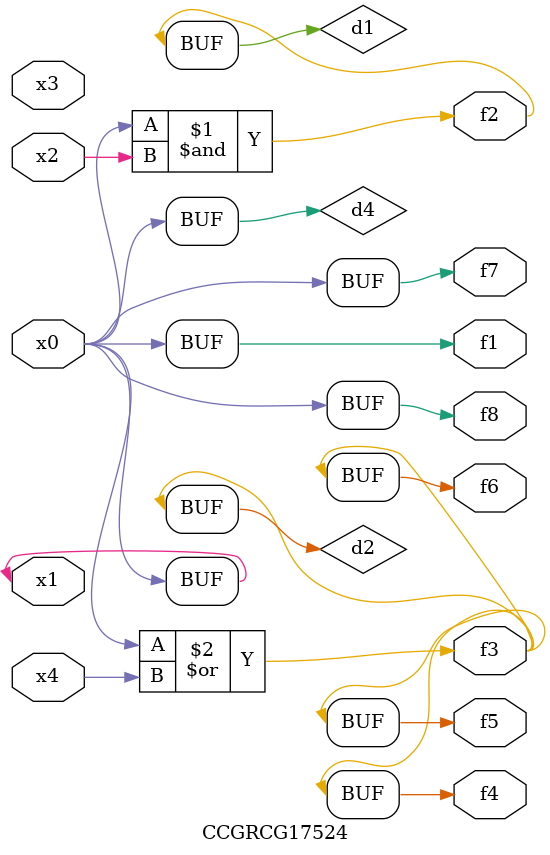
<source format=v>
module CCGRCG17524(
	input x0, x1, x2, x3, x4,
	output f1, f2, f3, f4, f5, f6, f7, f8
);

	wire d1, d2, d3, d4;

	and (d1, x0, x2);
	or (d2, x0, x4);
	nand (d3, x0, x2);
	buf (d4, x0, x1);
	assign f1 = d4;
	assign f2 = d1;
	assign f3 = d2;
	assign f4 = d2;
	assign f5 = d2;
	assign f6 = d2;
	assign f7 = d4;
	assign f8 = d4;
endmodule

</source>
